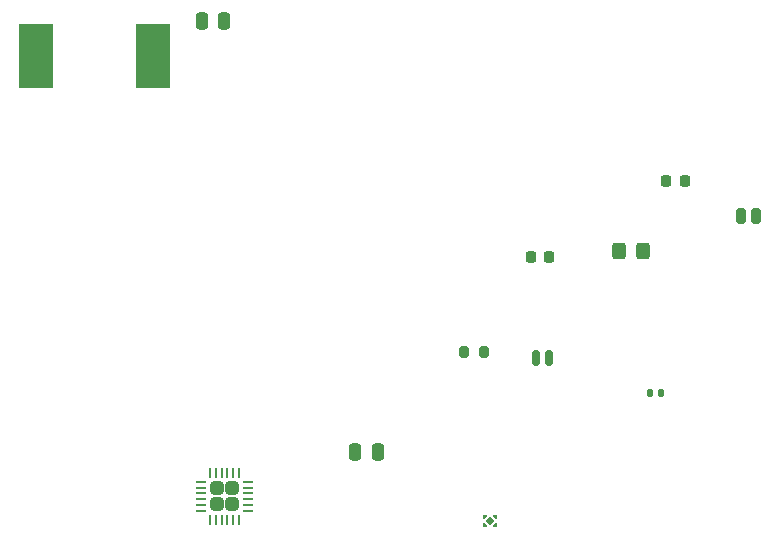
<source format=gbr>
%TF.GenerationSoftware,KiCad,Pcbnew,9.0.0*%
%TF.CreationDate,2025-03-31T12:00:39+05:30*%
%TF.ProjectId,ass kicad,61737320-6b69-4636-9164-2e6b69636164,rev?*%
%TF.SameCoordinates,Original*%
%TF.FileFunction,Paste,Top*%
%TF.FilePolarity,Positive*%
%FSLAX46Y46*%
G04 Gerber Fmt 4.6, Leading zero omitted, Abs format (unit mm)*
G04 Created by KiCad (PCBNEW 9.0.0) date 2025-03-31 12:00:39*
%MOMM*%
%LPD*%
G01*
G04 APERTURE LIST*
G04 Aperture macros list*
%AMRoundRect*
0 Rectangle with rounded corners*
0 $1 Rounding radius*
0 $2 $3 $4 $5 $6 $7 $8 $9 X,Y pos of 4 corners*
0 Add a 4 corners polygon primitive as box body*
4,1,4,$2,$3,$4,$5,$6,$7,$8,$9,$2,$3,0*
0 Add four circle primitives for the rounded corners*
1,1,$1+$1,$2,$3*
1,1,$1+$1,$4,$5*
1,1,$1+$1,$6,$7*
1,1,$1+$1,$8,$9*
0 Add four rect primitives between the rounded corners*
20,1,$1+$1,$2,$3,$4,$5,0*
20,1,$1+$1,$4,$5,$6,$7,0*
20,1,$1+$1,$6,$7,$8,$9,0*
20,1,$1+$1,$8,$9,$2,$3,0*%
%AMRotRect*
0 Rectangle, with rotation*
0 The origin of the aperture is its center*
0 $1 length*
0 $2 width*
0 $3 Rotation angle, in degrees counterclockwise*
0 Add horizontal line*
21,1,$1,$2,0,0,$3*%
%AMFreePoly0*
4,1,6,0.130000,0.115000,0.130000,-0.115000,-0.130000,-0.115000,-0.130000,0.275000,-0.020000,0.275000,0.130000,0.115000,0.130000,0.115000,$1*%
%AMFreePoly1*
4,1,6,0.130000,-0.115000,-0.130000,-0.115000,-0.130000,0.115000,0.020000,0.275000,0.130000,0.275000,0.130000,-0.115000,0.130000,-0.115000,$1*%
G04 Aperture macros list end*
%ADD10RoundRect,0.225000X-0.225000X-0.250000X0.225000X-0.250000X0.225000X0.250000X-0.225000X0.250000X0*%
%ADD11RoundRect,0.208750X-0.208750X-0.431250X0.208750X-0.431250X0.208750X0.431250X-0.208750X0.431250X0*%
%ADD12R,2.900000X5.400000*%
%ADD13FreePoly0,270.000000*%
%ADD14FreePoly1,270.000000*%
%ADD15FreePoly0,90.000000*%
%ADD16FreePoly1,90.000000*%
%ADD17RotRect,0.520000X0.520000X135.000000*%
%ADD18RoundRect,0.250000X-0.250000X-0.475000X0.250000X-0.475000X0.250000X0.475000X-0.250000X0.475000X0*%
%ADD19RoundRect,0.218750X-0.218750X-0.256250X0.218750X-0.256250X0.218750X0.256250X-0.218750X0.256250X0*%
%ADD20RoundRect,0.250000X-0.315000X-0.315000X0.315000X-0.315000X0.315000X0.315000X-0.315000X0.315000X0*%
%ADD21RoundRect,0.062500X-0.350000X-0.062500X0.350000X-0.062500X0.350000X0.062500X-0.350000X0.062500X0*%
%ADD22RoundRect,0.062500X-0.062500X-0.350000X0.062500X-0.350000X0.062500X0.350000X-0.062500X0.350000X0*%
%ADD23RoundRect,0.140000X-0.140000X-0.170000X0.140000X-0.170000X0.140000X0.170000X-0.140000X0.170000X0*%
%ADD24RoundRect,0.165000X-0.165000X-0.475000X0.165000X-0.475000X0.165000X0.475000X-0.165000X0.475000X0*%
%ADD25RoundRect,0.200000X-0.200000X-0.275000X0.200000X-0.275000X0.200000X0.275000X-0.200000X0.275000X0*%
%ADD26RoundRect,0.250000X-0.325000X-0.450000X0.325000X-0.450000X0.325000X0.450000X-0.325000X0.450000X0*%
G04 APERTURE END LIST*
D10*
%TO.C,C6*%
X157450000Y-95500000D03*
X159000000Y-95500000D03*
%TD*%
D11*
%TO.C,C3*%
X175245000Y-92000000D03*
X176500000Y-92000000D03*
%TD*%
D12*
%TO.C,L1*%
X115550000Y-78500000D03*
X125450000Y-78500000D03*
%TD*%
D13*
%TO.C,U2*%
X153530000Y-117500000D03*
D14*
X153530000Y-118150000D03*
D15*
X154500000Y-118150000D03*
D16*
X154500000Y-117500000D03*
D17*
X154015000Y-117825000D03*
%TD*%
D18*
%TO.C,C5*%
X142600000Y-112000000D03*
X144500000Y-112000000D03*
%TD*%
D19*
%TO.C,D1*%
X168925000Y-89000000D03*
X170500000Y-89000000D03*
%TD*%
D20*
%TO.C,U1*%
X130862500Y-115075000D03*
X130862500Y-116425000D03*
X132212500Y-115075000D03*
X132212500Y-116425000D03*
D21*
X129575000Y-114500000D03*
X129575000Y-115000000D03*
X129575000Y-115500000D03*
X129575000Y-116000000D03*
X129575000Y-116500000D03*
X129575000Y-117000000D03*
D22*
X130287500Y-117712500D03*
X130787500Y-117712500D03*
X131287500Y-117712500D03*
X131787500Y-117712500D03*
X132287500Y-117712500D03*
X132787500Y-117712500D03*
D21*
X133500000Y-117000000D03*
X133500000Y-116500000D03*
X133500000Y-116000000D03*
X133500000Y-115500000D03*
X133500000Y-115000000D03*
X133500000Y-114500000D03*
D22*
X132787500Y-113787500D03*
X132287500Y-113787500D03*
X131787500Y-113787500D03*
X131287500Y-113787500D03*
X130787500Y-113787500D03*
X130287500Y-113787500D03*
%TD*%
D23*
%TO.C,C2*%
X167540000Y-107000000D03*
X168500000Y-107000000D03*
%TD*%
D18*
%TO.C,C4*%
X129600000Y-75500000D03*
X131500000Y-75500000D03*
%TD*%
D24*
%TO.C,C1*%
X157920000Y-104000000D03*
X159000000Y-104000000D03*
%TD*%
D25*
%TO.C,R1*%
X151850000Y-103500000D03*
X153500000Y-103500000D03*
%TD*%
D26*
%TO.C,D2*%
X164950000Y-95000000D03*
X167000000Y-95000000D03*
%TD*%
M02*

</source>
